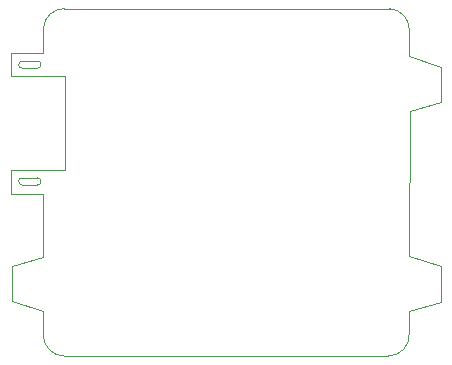
<source format=gbr>
%TF.GenerationSoftware,KiCad,Pcbnew,(5.1.6)-1*%
%TF.CreationDate,2021-05-28T10:30:19+02:00*%
%TF.ProjectId,Kicad_Smart_Watch,4b696361-645f-4536-9d61-72745f576174,rev?*%
%TF.SameCoordinates,Original*%
%TF.FileFunction,Profile,NP*%
%FSLAX46Y46*%
G04 Gerber Fmt 4.6, Leading zero omitted, Abs format (unit mm)*
G04 Created by KiCad (PCBNEW (5.1.6)-1) date 2021-05-28 10:30:19*
%MOMM*%
%LPD*%
G01*
G04 APERTURE LIST*
%TA.AperFunction,Profile*%
%ADD10C,0.050000*%
%TD*%
%TA.AperFunction,Profile*%
%ADD11C,0.100000*%
%TD*%
G04 APERTURE END LIST*
D10*
X117348000Y-73152000D02*
X117348000Y-70890000D01*
X120015000Y-74041000D02*
X120015000Y-77025500D01*
X120015000Y-74041000D02*
X117348000Y-73152000D01*
X120015000Y-77025500D02*
X117411500Y-77787500D01*
X117348000Y-94678500D02*
X117343482Y-96623323D01*
X120015000Y-90932000D02*
X120015000Y-93916500D01*
X120015000Y-90932000D02*
X117348000Y-90043000D01*
X120015000Y-93916500D02*
X117348000Y-94678500D01*
X83693000Y-93853000D02*
X86360000Y-94742000D01*
X83693000Y-90868500D02*
X86296500Y-90106500D01*
X86360000Y-96750000D02*
X86360000Y-94742000D01*
X83693000Y-93853000D02*
X83693000Y-90868500D01*
X83629500Y-84772500D02*
X86296500Y-84772500D01*
X86360000Y-72834500D02*
X83629500Y-72834500D01*
X86296500Y-84772500D02*
X86296500Y-90106500D01*
X83629500Y-82804000D02*
X83629500Y-84772500D01*
X88201500Y-82804000D02*
X83629500Y-82804000D01*
X88201500Y-74803000D02*
X88201500Y-82804000D01*
X83629500Y-74803000D02*
X88201500Y-74803000D01*
X83629500Y-72834500D02*
X83629500Y-74803000D01*
X86364518Y-70763323D02*
X86360000Y-72834500D01*
X117343482Y-96623323D02*
G75*
G02*
X115570000Y-98528000I-1773482J-126677D01*
G01*
X88074540Y-98526867D02*
G75*
G02*
X86360000Y-96750000I63460J1776867D01*
G01*
X115696677Y-69116518D02*
G75*
G02*
X117348000Y-70890000I-126677J-1773482D01*
G01*
X86364518Y-70763323D02*
G75*
G02*
X88138000Y-69112000I1773482J-126677D01*
G01*
X115570000Y-98528000D02*
X88074540Y-98526867D01*
X88138000Y-69112000D02*
X115696677Y-69116518D01*
X117411500Y-77787500D02*
X117348000Y-90043000D01*
D11*
%TO.C,U3*%
X84567000Y-73563500D02*
X85867000Y-73563500D01*
X85867000Y-74163500D02*
X84567000Y-74163500D01*
X84567000Y-83443500D02*
X85867000Y-83443500D01*
X85867000Y-84043500D02*
X84567000Y-84043500D01*
X84267000Y-73863500D02*
G75*
G02*
X84567000Y-73563500I300000J0D01*
G01*
X84567000Y-74163500D02*
G75*
G02*
X84267000Y-73863500I0J300000D01*
G01*
X86167000Y-73863500D02*
G75*
G02*
X85867000Y-74163500I-300000J0D01*
G01*
X85867000Y-73563500D02*
G75*
G02*
X86167000Y-73863500I0J-300000D01*
G01*
X84267000Y-83743500D02*
G75*
G02*
X84567000Y-83443500I300000J0D01*
G01*
X84567000Y-84043500D02*
G75*
G02*
X84267000Y-83743500I0J300000D01*
G01*
X86167000Y-83743500D02*
G75*
G02*
X85867000Y-84043500I-300000J0D01*
G01*
X85867000Y-83443500D02*
G75*
G02*
X86167000Y-83743500I0J-300000D01*
G01*
%TD*%
M02*

</source>
